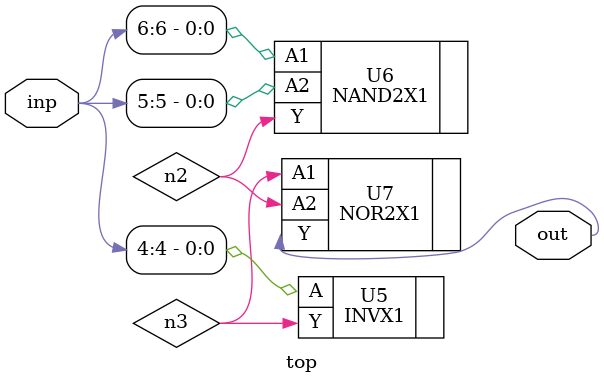
<source format=sv>


module top ( inp, out );
  input [6:0] inp;
  output out;
  wire   n2, n3;

  INVX1 U5 ( .A(inp[4]), .Y(n3) );
  NAND2X1 U6 ( .A1(inp[6]), .A2(inp[5]), .Y(n2) );
  NOR2X1 U7 ( .A1(n3), .A2(n2), .Y(out) );
endmodule


</source>
